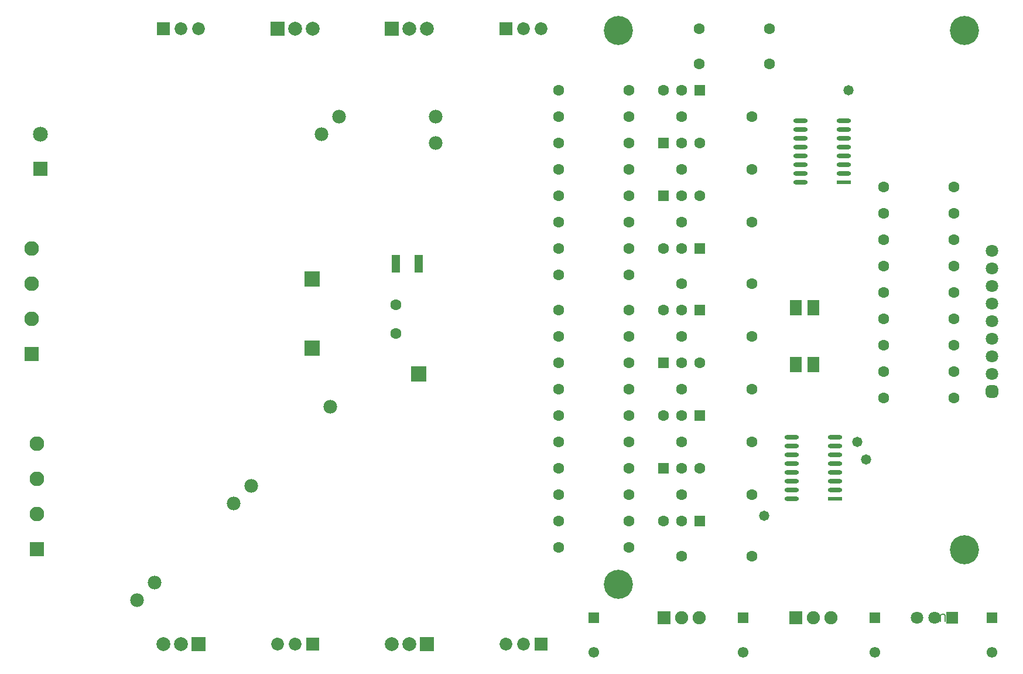
<source format=gts>
G04*
G04 #@! TF.GenerationSoftware,Altium Limited,Altium Designer,21.8.1 (53)*
G04*
G04 Layer_Color=8388736*
%FSLAX43Y43*%
%MOMM*%
G71*
G04*
G04 #@! TF.SameCoordinates,8F43A1E2-94A4-4ABA-9861-1074310715B2*
G04*
G04*
G04 #@! TF.FilePolarity,Negative*
G04*
G01*
G75*
%ADD15C,0.152*%
%ADD16R,2.103X0.616*%
G04:AMPARAMS|DCode=17|XSize=2.103mm|YSize=0.616mm|CornerRadius=0.308mm|HoleSize=0mm|Usage=FLASHONLY|Rotation=180.000|XOffset=0mm|YOffset=0mm|HoleType=Round|Shape=RoundedRectangle|*
%AMROUNDEDRECTD17*
21,1,2.103,0.000,0,0,180.0*
21,1,1.487,0.616,0,0,180.0*
1,1,0.616,-0.744,0.000*
1,1,0.616,0.744,0.000*
1,1,0.616,0.744,0.000*
1,1,0.616,-0.744,0.000*
%
%ADD17ROUNDEDRECTD17*%
%ADD18R,1.700X2.200*%
%ADD19R,1.803X1.803*%
%ADD20C,1.803*%
%ADD21C,1.553*%
%ADD22R,1.553X1.553*%
%ADD23R,1.903X1.903*%
%ADD24C,1.903*%
%ADD25R,1.303X2.503*%
%ADD26C,1.603*%
%ADD27R,2.203X2.203*%
%ADD28C,1.803*%
G04:AMPARAMS|DCode=29|XSize=1.803mm|YSize=1.803mm|CornerRadius=0.502mm|HoleSize=0mm|Usage=FLASHONLY|Rotation=90.000|XOffset=0mm|YOffset=0mm|HoleType=Round|Shape=RoundedRectangle|*
%AMROUNDEDRECTD29*
21,1,1.803,0.800,0,0,90.0*
21,1,0.800,1.803,0,0,90.0*
1,1,1.003,0.400,0.400*
1,1,1.003,0.400,-0.400*
1,1,1.003,-0.400,-0.400*
1,1,1.003,-0.400,0.400*
%
%ADD29ROUNDEDRECTD29*%
%ADD30R,1.603X1.603*%
%ADD31R,1.850X1.850*%
%ADD32C,1.850*%
%ADD33R,2.000X2.000*%
%ADD34C,2.000*%
%ADD35C,2.103*%
%ADD36R,2.103X2.103*%
%ADD37R,2.153X2.153*%
%ADD38C,2.153*%
%ADD39C,4.203*%
%ADD40C,1.473*%
%ADD41C,1.981*%
D15*
X142240Y9652D02*
Y10499D01*
X142071Y10668D01*
X141732D01*
X141563Y10499D01*
Y9652D01*
X141224Y10668D02*
X140886D01*
X141055D01*
Y9652D01*
X141224Y9822D01*
D16*
X126340Y27305D02*
D03*
X127610Y73025D02*
D03*
D17*
X126340Y28575D02*
D03*
Y29845D02*
D03*
Y31115D02*
D03*
Y32385D02*
D03*
Y33655D02*
D03*
Y34925D02*
D03*
Y36195D02*
D03*
X120040D02*
D03*
Y34925D02*
D03*
Y33655D02*
D03*
Y32385D02*
D03*
Y31115D02*
D03*
Y29845D02*
D03*
Y28575D02*
D03*
Y27305D02*
D03*
X127610Y74295D02*
D03*
Y75565D02*
D03*
Y76835D02*
D03*
Y78105D02*
D03*
Y79375D02*
D03*
Y80645D02*
D03*
Y81915D02*
D03*
X121310D02*
D03*
Y80645D02*
D03*
Y79375D02*
D03*
Y78105D02*
D03*
Y76835D02*
D03*
Y75565D02*
D03*
Y74295D02*
D03*
Y73025D02*
D03*
D18*
X120650Y46700D02*
D03*
X123190D02*
D03*
Y54900D02*
D03*
X120650D02*
D03*
D19*
X143256Y10160D02*
D03*
D20*
X140716D02*
D03*
X138176D02*
D03*
D21*
X91440Y5120D02*
D03*
X113030Y5160D02*
D03*
X132080Y5120D02*
D03*
X148971Y5120D02*
D03*
D22*
X91440Y10120D02*
D03*
X113030Y10160D02*
D03*
X132080Y10120D02*
D03*
X148971Y10120D02*
D03*
D23*
X101600Y10160D02*
D03*
X120650D02*
D03*
D24*
X104140D02*
D03*
X106680D02*
D03*
X123190D02*
D03*
X125730D02*
D03*
D25*
X66120Y61290D02*
D03*
X62820D02*
D03*
D26*
Y55390D02*
D03*
Y51190D02*
D03*
X96520Y39370D02*
D03*
X86360D02*
D03*
X133350Y41910D02*
D03*
X143510D02*
D03*
X104140Y67310D02*
D03*
X114300D02*
D03*
X96520Y71120D02*
D03*
X86360D02*
D03*
X133350Y60960D02*
D03*
X143510D02*
D03*
X86360Y43180D02*
D03*
X96520D02*
D03*
Y46990D02*
D03*
X86360D02*
D03*
X116840Y95250D02*
D03*
X106680D02*
D03*
Y90170D02*
D03*
X116840D02*
D03*
X86360Y50800D02*
D03*
X96520D02*
D03*
Y54610D02*
D03*
X86360D02*
D03*
X104140Y50800D02*
D03*
X114300D02*
D03*
X133350Y49530D02*
D03*
X143510D02*
D03*
X86360Y35560D02*
D03*
X96520D02*
D03*
X86360Y59690D02*
D03*
X96520D02*
D03*
Y63500D02*
D03*
X86360D02*
D03*
X104140Y35560D02*
D03*
X114300D02*
D03*
X104140Y58420D02*
D03*
X114300D02*
D03*
X133350Y57150D02*
D03*
X143510D02*
D03*
X133350Y64770D02*
D03*
X143510D02*
D03*
X86360Y20320D02*
D03*
X96520D02*
D03*
Y24130D02*
D03*
X86360D02*
D03*
Y82550D02*
D03*
X96520D02*
D03*
Y86360D02*
D03*
X86360D02*
D03*
X104140Y19050D02*
D03*
X114300D02*
D03*
X104140Y82550D02*
D03*
X114300D02*
D03*
X133350Y53340D02*
D03*
X143510D02*
D03*
X133350Y68580D02*
D03*
X143510D02*
D03*
X104140Y43180D02*
D03*
X114300D02*
D03*
X86360Y67310D02*
D03*
X96520D02*
D03*
X104140Y27940D02*
D03*
X114300D02*
D03*
X104140Y74930D02*
D03*
X114300D02*
D03*
X96520Y31750D02*
D03*
X86360D02*
D03*
X133350Y45720D02*
D03*
X143510D02*
D03*
X86360Y27940D02*
D03*
X96520D02*
D03*
Y78740D02*
D03*
X86360D02*
D03*
X133350Y72390D02*
D03*
X143510D02*
D03*
X86360Y74930D02*
D03*
X96520D02*
D03*
X104140Y54610D02*
D03*
X101540D02*
D03*
X104140Y39370D02*
D03*
X101540D02*
D03*
X104140Y63500D02*
D03*
X101540D02*
D03*
X104140Y24130D02*
D03*
X101540D02*
D03*
X104140Y86360D02*
D03*
X101540D02*
D03*
X104140Y46990D02*
D03*
X106740D02*
D03*
X104140Y71120D02*
D03*
X106740D02*
D03*
X104140Y31750D02*
D03*
X106740D02*
D03*
X104140Y78740D02*
D03*
X106740D02*
D03*
D27*
X66120Y45390D02*
D03*
X50720Y59090D02*
D03*
Y49090D02*
D03*
D28*
X149000Y63160D02*
D03*
Y60620D02*
D03*
Y58080D02*
D03*
Y53000D02*
D03*
Y47920D02*
D03*
Y45380D02*
D03*
Y50460D02*
D03*
Y55540D02*
D03*
D29*
Y42840D02*
D03*
D30*
X106740Y54610D02*
D03*
Y39370D02*
D03*
Y63500D02*
D03*
Y24130D02*
D03*
Y86360D02*
D03*
X101540Y46990D02*
D03*
Y71120D02*
D03*
Y31750D02*
D03*
Y78740D02*
D03*
D31*
X50800Y6350D02*
D03*
X83820D02*
D03*
X29210Y95250D02*
D03*
X78740D02*
D03*
D32*
X48260Y6350D02*
D03*
X45720D02*
D03*
X81280D02*
D03*
X78740D02*
D03*
X31750Y95250D02*
D03*
X34290D02*
D03*
X83820D02*
D03*
X81280D02*
D03*
D33*
X34290Y6350D02*
D03*
X67310D02*
D03*
X45720Y95250D02*
D03*
X62230D02*
D03*
D34*
X31750Y6350D02*
D03*
X29210D02*
D03*
X64770D02*
D03*
X62230D02*
D03*
X50800Y95250D02*
D03*
X48260D02*
D03*
X67310D02*
D03*
X64770D02*
D03*
D35*
X10922Y35306D02*
D03*
Y30226D02*
D03*
Y25146D02*
D03*
X10160Y63500D02*
D03*
Y58420D02*
D03*
Y53340D02*
D03*
D36*
X10922Y20066D02*
D03*
X10160Y48260D02*
D03*
D37*
X11430Y75010D02*
D03*
D38*
Y80010D02*
D03*
D39*
X95000Y15000D02*
D03*
X145000Y20000D02*
D03*
X95000Y95000D02*
D03*
X145000D02*
D03*
D40*
X130810Y33020D02*
D03*
X116078Y24892D02*
D03*
X128270Y86360D02*
D03*
X129540Y35560D02*
D03*
D41*
X53340Y40640D02*
D03*
X68580Y78740D02*
D03*
X52070Y80010D02*
D03*
X27940Y15240D02*
D03*
X39370Y26670D02*
D03*
X41910Y29210D02*
D03*
X68580Y82550D02*
D03*
X54610D02*
D03*
X25400Y12700D02*
D03*
M02*

</source>
